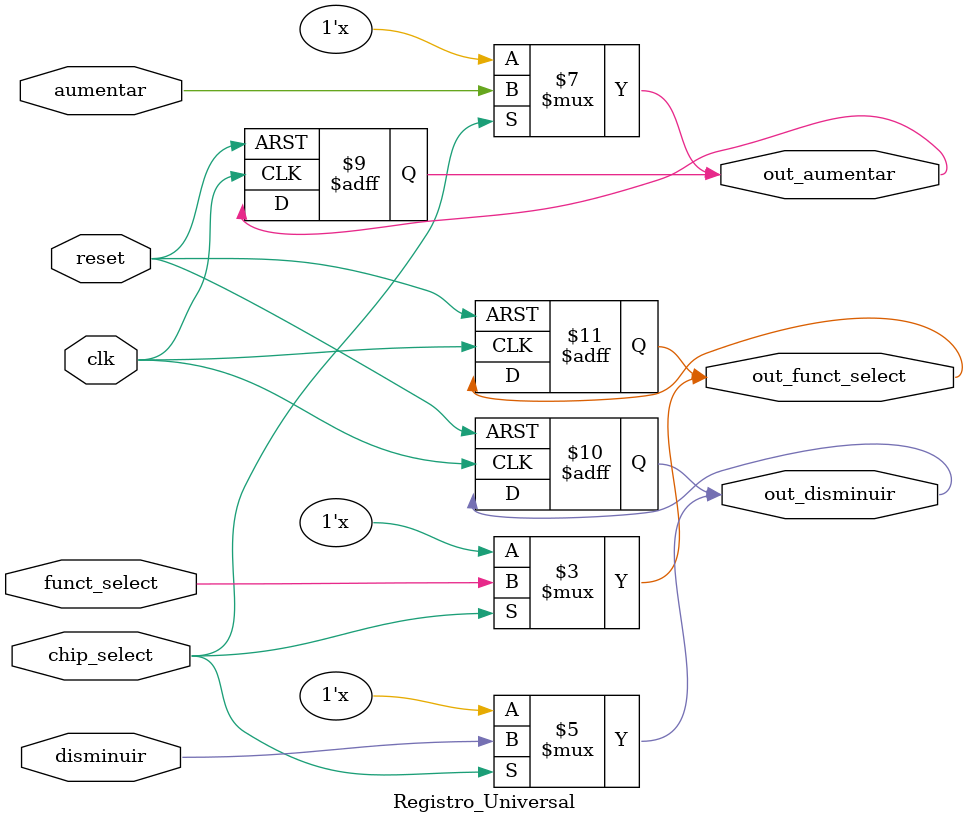
<source format=v>
`timescale 1ns / 1ps
module Registro_Universal

	(
		input wire aumentar, //boton aumentar
		input wire disminuir, //boton disminuir
		input wire funct_select, //seleccion funcion
		input wire clk, //system clock
		input wire reset, //system reset
		input wire chip_select, //Control data
		output reg out_aumentar, //boton aumentar
		output reg out_disminuir, //boton disminuir
		output reg out_funct_select //seleccion funcion      
    );

//body

//Combinacional
always@(posedge clk, posedge reset)
	if(reset)
		begin
		out_aumentar = 1'b0;
		out_disminuir = 1'b0;
		out_funct_select = 1'b0;
		end

//Secuencial
always@*
	case(chip_select)
		//hold
		1'b0:
		begin
		out_aumentar <= out_aumentar;
		out_disminuir <= out_disminuir;
		out_funct_select <= out_funct_select;
		end
		//load
		1'b1:
		begin
		out_aumentar <= aumentar;
		out_disminuir <= disminuir;
		out_funct_select <= funct_select;
		end
	endcase

endmodule


</source>
